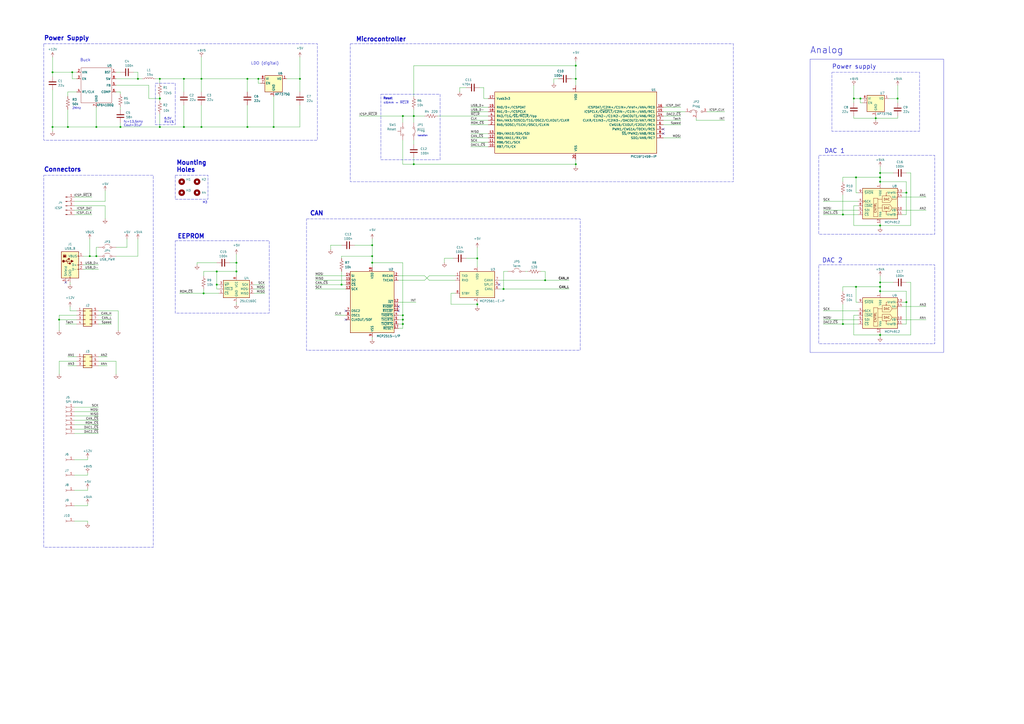
<source format=kicad_sch>
(kicad_sch (version 20250114) (generator "eeschema") (generator_version "9.0")
  (paper "A2")
  (rectangle (start 482.6 41.91) (end 533.4 76.2) (stroke (width 0) (type dash)))
  (rectangle (start 25.4 25.4) (end 184.15 81.28) (stroke (width 0) (type dash)))
  (rectangle (start 101.6 139.7) (end 156.21 181.61) (stroke (width 0) (type dash)))
  (rectangle (start 101.6 101.5999) (end 120.65 115.5699) (stroke (width 0) (type dash)))
  (rectangle (start 90.17 48.26) (end 101.6 72.39) (stroke (width 0) (type dash)))
  (rectangle (start 220.98 54.61) (end 255.27 92.71) (stroke (width 0) (type dash)))
  (rectangle (start 474.98 153.67) (end 542.29 199.39) (stroke (width 0) (type dash)))
  (rectangle (start 177.8 127) (end 336.55 203.2) (stroke (width 0) (type dash)))
  (rectangle (start 25.4 101.6) (end 88.9 317.5) (stroke (width 0) (type dash)))
  (rectangle (start 474.98 90.17) (end 542.29 135.89) (stroke (width 0) (type dash)))
  (rectangle (start 203.2 25.4) (end 425.45 105.41) (stroke (width 0) (type dash)))
  (rectangle (start 469.9 34.29) (end 547.37 204.47))
  (text "Connectors" (at 25.4 98.425 0) (effects (font (size 2.54 2.54) (thickness 0.508) (bold yes)) (justify left)))
  (text "Power Supply" (at 25.4 22.225 0) (effects (font (size 2.54 2.54) (thickness 0.508) (bold yes)) (justify left)))
  (text "LDO (digital)" (at 153.67 36.83 0) (effects (font (size 1.651 1.651))))
  (text "CAN" (at 179.705 123.825 0) (effects (font (size 2.54 2.54) (thickness 0.508) (bold yes)) (justify left)))
  (text "2MHz\n" (at 44.45 62.865 0) (effects (font (size 1.27 1.27))))
  (text "6.5V\nR±1%" (at 95.25 69.85 0) (effects (font (size 1.27 1.27)) (justify left)))
  (text "Reset" (at 222.25 57.15 0) (effects (font (size 1.27 1.27) (thickness 0.254) (bold yes)) (justify left)))
  (text "fc=13.5kHz\nCout=31uF" (at 71.755 71.755 0) (effects (font (size 1.27 1.27)) (justify left)))
  (text "Mounting\nHoles" (at 102.235 96.5199 0) (effects (font (size 2.54 2.54) (thickness 0.508) (bold yes)) (justify left)))
  (text "Power supply" (at 482.6 38.735 0) (effects (font (size 2.54 2.54) (thickness 0.254) (bold yes)) (justify left)))
  (text "M3\n" (at 117.475 117.4749 0) (effects (font (size 1.27 1.27)) (justify left)))
  (text "EEPROM" (at 102.87 137.16 0) (effects (font (size 2.54 2.54) (thickness 0.508) (bold yes)) (justify left)))
  (text "≤6mm ↔ ~{MCLR}" (at 222.25 59.69 0) (effects (font (size 1.27 1.27)) (justify left)))
  (text "DAC 1" (at 478.155 87.63 0) (effects (font (size 2.54 2.54) (thickness 0.254) (bold yes)) (justify left)))
  (text "Buck" (at 49.53 34.925 0) (effects (font (size 1.651 1.651))))
  (text "Microcontroller" (at 206.375 22.86 0) (effects (font (size 2.54 2.54) (thickness 0.508) (bold yes)) (justify left)))
  (text "Analog" (at 469.9 29.21 0) (effects (font (size 3.81 3.81) (thickness 0.254) (bold yes)) (justify left)))
  (text "Isolation" (at 245.11 78.74 0) (effects (font (size 0.889 0.889))))
  (text "DAC 2" (at 476.885 151.13 0) (effects (font (size 2.54 2.54) (thickness 0.254) (bold yes)) (justify left)))
  (junction (at 510.54 166.37))
  (junction (at 106.68 45.72))
  (junction (at 510.54 168.91))
  (junction (at 137.16 157.48))
  (junction (at 510.54 100.33))
  (junction (at 55.88 73.66))
  (junction (at 116.84 73.66))
  (junction (at 39.37 73.66))
  (junction (at 106.68 73.66))
  (junction (at 233.68 185.42))
  (junction (at 173.99 45.72))
  (junction (at 34.29 185.42))
  (junction (at 496.57 166.37))
  (junction (at 137.16 152.4))
  (junction (at 525.78 111.76))
  (junction (at 143.51 73.66))
  (junction (at 488.95 187.96))
  (junction (at 92.71 73.66))
  (junction (at 334.01 38.1))
  (junction (at 508 68.58))
  (junction (at 233.68 182.88))
  (junction (at 334.01 45.72))
  (junction (at 495.3 57.15))
  (junction (at 55.88 148.59))
  (junction (at 488.95 124.46))
  (junction (at 510.54 130.81))
  (junction (at 334.01 95.25))
  (junction (at 149.86 45.72))
  (junction (at 30.48 41.91))
  (junction (at 158.75 73.66))
  (junction (at 215.9 142.24))
  (junction (at 80.01 45.72))
  (junction (at 240.03 67.31))
  (junction (at 510.54 102.87))
  (junction (at 510.54 194.31))
  (junction (at 92.71 57.15))
  (junction (at 525.78 175.26))
  (junction (at 30.48 73.66))
  (junction (at 92.71 45.72))
  (junction (at 276.86 176.53))
  (junction (at 215.9 152.4))
  (junction (at 520.7 57.15))
  (junction (at 276.86 149.86))
  (junction (at 316.23 162.56))
  (junction (at 125.73 165.1))
  (junction (at 41.91 41.91))
  (junction (at 510.54 163.83))
  (junction (at 499.11 57.15))
  (junction (at 118.11 170.18))
  (junction (at 52.07 148.59))
  (junction (at 215.9 148.59))
  (junction (at 496.57 102.87))
  (junction (at 198.12 165.1))
  (junction (at 125.73 157.48))
  (junction (at 510.54 105.41))
  (junction (at 69.85 73.66))
  (junction (at 240.03 95.25))
  (junction (at 233.68 67.31))
  (junction (at 233.68 187.96))
  (junction (at 143.51 45.72))
  (junction (at 116.84 45.72))
  (junction (at 292.1 167.64))
  (no_connect (at 38.1 163.83))
  (no_connect (at 231.14 177.8))
  (no_connect (at 200.66 185.42))
  (no_connect (at 289.56 165.1))
  (no_connect (at 200.66 180.34))
  (no_connect (at 384.81 74.93))
  (no_connect (at 384.81 77.47))
  (no_connect (at 231.14 180.34))
  (wire (pts (xy 231.14 162.56) (xy 246.38 162.56)))
  (wire (pts (xy 240.03 95.25) (xy 240.03 91.44)))
  (wire (pts (xy 499.11 57.15) (xy 495.3 57.15)))
  (wire (pts (xy 116.84 33.02) (xy 116.84 45.72)))
  (wire (pts (xy 215.9 142.24) (xy 215.9 148.59)))
  (wire (pts (xy 50.8 302.26) (xy 50.8 303.53)))
  (wire (pts (xy 44.45 185.42) (xy 34.29 185.42)))
  (wire (pts (xy 57.15 182.88) (xy 64.77 182.88)))
  (wire (pts (xy 106.68 45.72) (xy 116.84 45.72)))
  (wire (pts (xy 495.3 182.88) (xy 497.84 182.88)))
  (wire (pts (xy 292.1 157.48) (xy 294.64 157.48)))
  (wire (pts (xy 44.45 209.55) (xy 34.29 209.55)))
  (wire (pts (xy 233.68 187.96) (xy 233.68 185.42)))
  (wire (pts (xy 495.3 119.38) (xy 497.84 119.38)))
  (wire (pts (xy 240.03 38.1) (xy 334.01 38.1)))
  (wire (pts (xy 231.14 187.96) (xy 233.68 187.96)))
  (wire (pts (xy 44.45 41.91) (xy 41.91 41.91)))
  (wire (pts (xy 384.81 80.01) (xy 394.97 80.01)))
  (wire (pts (xy 508 67.31) (xy 508 68.58)))
  (wire (pts (xy 289.56 167.64) (xy 292.1 167.64)))
  (wire (pts (xy 510.54 168.91) (xy 510.54 170.18)))
  (wire (pts (xy 215.9 195.58) (xy 215.9 196.85)))
  (wire (pts (xy 60.96 116.84) (xy 60.96 110.49)))
  (wire (pts (xy 67.31 53.34) (xy 69.85 53.34)))
  (wire (pts (xy 499.11 59.69) (xy 499.11 57.15)))
  (wire (pts (xy 80.01 45.72) (xy 82.55 45.72)))
  (wire (pts (xy 48.26 153.67) (xy 57.15 153.67)))
  (wire (pts (xy 127 165.1) (xy 125.73 165.1)))
  (wire (pts (xy 262.89 149.86) (xy 257.81 149.86)))
  (wire (pts (xy 496.57 175.26) (xy 496.57 166.37)))
  (wire (pts (xy 149.86 48.26) (xy 149.86 45.72)))
  (wire (pts (xy 488.95 187.96) (xy 497.84 187.96)))
  (wire (pts (xy 118.11 157.48) (xy 125.73 157.48)))
  (wire (pts (xy 92.71 73.66) (xy 106.68 73.66)))
  (wire (pts (xy 240.03 38.1) (xy 240.03 55.88)))
  (wire (pts (xy 403.86 69.85) (xy 420.37 69.85)))
  (wire (pts (xy 523.24 124.46) (xy 525.78 124.46)))
  (wire (pts (xy 44.45 53.34) (xy 39.37 53.34)))
  (wire (pts (xy 477.52 180.34) (xy 497.84 180.34)))
  (wire (pts (xy 510.54 193.04) (xy 510.54 194.31)))
  (wire (pts (xy 233.68 185.42) (xy 233.68 182.88)))
  (wire (pts (xy 510.54 194.31) (xy 510.54 195.58)))
  (wire (pts (xy 525.78 168.91) (xy 510.54 168.91)))
  (wire (pts (xy 69.85 53.34) (xy 69.85 54.61)))
  (wire (pts (xy 499.11 57.15) (xy 500.38 57.15)))
  (wire (pts (xy 149.86 45.72) (xy 151.13 45.72)))
  (wire (pts (xy 198.12 165.1) (xy 198.12 157.48)))
  (wire (pts (xy 57.15 209.55) (xy 67.31 209.55)))
  (wire (pts (xy 34.29 185.42) (xy 34.29 191.77)))
  (wire (pts (xy 44.45 182.88) (xy 34.29 182.88)))
  (wire (pts (xy 116.84 45.72) (xy 143.51 45.72)))
  (wire (pts (xy 43.18 243.84) (xy 57.15 243.84)))
  (wire (pts (xy 273.05 82.55) (xy 283.21 82.55)))
  (wire (pts (xy 495.3 130.81) (xy 510.54 130.81)))
  (wire (pts (xy 523.24 177.8) (xy 537.21 177.8)))
  (wire (pts (xy 151.13 48.26) (xy 149.86 48.26)))
  (wire (pts (xy 384.81 72.39) (xy 394.97 72.39)))
  (wire (pts (xy 528.32 130.81) (xy 510.54 130.81)))
  (wire (pts (xy 50.8 275.59) (xy 50.8 274.32)))
  (wire (pts (xy 182.88 165.1) (xy 198.12 165.1)))
  (wire (pts (xy 43.18 246.38) (xy 57.15 246.38)))
  (wire (pts (xy 497.84 111.76) (xy 496.57 111.76)))
  (wire (pts (xy 158.75 73.66) (xy 143.51 73.66)))
  (wire (pts (xy 523.24 114.3) (xy 537.21 114.3)))
  (wire (pts (xy 55.88 148.59) (xy 57.15 148.59)))
  (wire (pts (xy 30.48 41.91) (xy 30.48 44.45)))
  (wire (pts (xy 273.05 69.85) (xy 283.21 69.85)))
  (wire (pts (xy 182.88 160.02) (xy 200.66 160.02)))
  (wire (pts (xy 525.78 105.41) (xy 525.78 111.76)))
  (wire (pts (xy 496.57 102.87) (xy 510.54 102.87)))
  (wire (pts (xy 496.57 111.76) (xy 496.57 102.87)))
  (wire (pts (xy 525.78 168.91) (xy 525.78 175.26)))
  (wire (pts (xy 194.31 182.88) (xy 200.66 182.88)))
  (wire (pts (xy 477.52 185.42) (xy 497.84 185.42)))
  (wire (pts (xy 39.37 53.34) (xy 39.37 55.88)))
  (wire (pts (xy 92.71 66.04) (xy 92.71 73.66)))
  (wire (pts (xy 57.15 180.34) (xy 68.58 180.34)))
  (wire (pts (xy 118.11 160.02) (xy 118.11 157.48)))
  (wire (pts (xy 384.81 62.23) (xy 394.97 62.23)))
  (wire (pts (xy 334.01 45.72) (xy 331.47 45.72)))
  (wire (pts (xy 334.01 49.53) (xy 334.01 45.72)))
  (wire (pts (xy 215.9 148.59) (xy 215.9 152.4)))
  (wire (pts (xy 143.51 45.72) (xy 143.51 53.34)))
  (wire (pts (xy 384.81 67.31) (xy 394.97 67.31)))
  (wire (pts (xy 208.28 67.31) (xy 233.68 67.31)))
  (wire (pts (xy 510.54 163.83) (xy 510.54 166.37)))
  (wire (pts (xy 68.58 180.34) (xy 68.58 191.77)))
  (wire (pts (xy 495.3 130.81) (xy 495.3 119.38)))
  (wire (pts (xy 523.24 185.42) (xy 537.21 185.42)))
  (wire (pts (xy 39.37 63.5) (xy 39.37 73.66)))
  (wire (pts (xy 50.8 293.37) (xy 50.8 292.1)))
  (wire (pts (xy 43.18 114.3) (xy 53.34 114.3)))
  (wire (pts (xy 191.77 142.24) (xy 191.77 144.78)))
  (wire (pts (xy 92.71 45.72) (xy 92.71 48.26)))
  (wire (pts (xy 57.15 212.09) (xy 62.23 212.09)))
  (wire (pts (xy 510.54 160.02) (xy 510.54 163.83)))
  (wire (pts (xy 528.32 163.83) (xy 528.32 194.31)))
  (wire (pts (xy 60.96 119.38) (xy 60.96 127)))
  (wire (pts (xy 283.21 57.15) (xy 280.67 57.15)))
  (wire (pts (xy 528.32 100.33) (xy 528.32 130.81)))
  (wire (pts (xy 173.99 45.72) (xy 173.99 53.34)))
  (wire (pts (xy 125.73 167.64) (xy 125.73 165.1)))
  (wire (pts (xy 525.78 105.41) (xy 510.54 105.41)))
  (wire (pts (xy 495.3 67.31) (xy 495.3 68.58)))
  (wire (pts (xy 125.73 157.48) (xy 137.16 157.48)))
  (wire (pts (xy 55.88 143.51) (xy 57.15 143.51)))
  (wire (pts (xy 118.11 170.18) (xy 118.11 167.64)))
  (wire (pts (xy 67.31 209.55) (xy 67.31 217.17)))
  (wire (pts (xy 137.16 152.4) (xy 137.16 157.48)))
  (wire (pts (xy 147.32 170.18) (xy 153.67 170.18)))
  (wire (pts (xy 106.68 73.66) (xy 116.84 73.66)))
  (wire (pts (xy 280.67 50.8) (xy 278.13 50.8)))
  (wire (pts (xy 50.8 284.48) (xy 50.8 283.21)))
  (wire (pts (xy 520.7 68.58) (xy 520.7 67.31)))
  (wire (pts (xy 116.84 60.96) (xy 116.84 73.66)))
  (wire (pts (xy 55.88 62.23) (xy 55.88 73.66)))
  (wire (pts (xy 384.81 64.77) (xy 397.51 64.77)))
  (wire (pts (xy 270.51 149.86) (xy 276.86 149.86)))
  (wire (pts (xy 43.18 275.59) (xy 50.8 275.59)))
  (wire (pts (xy 273.05 80.01) (xy 283.21 80.01)))
  (wire (pts (xy 41.91 45.72) (xy 41.91 41.91)))
  (wire (pts (xy 198.12 149.86) (xy 198.12 148.59)))
  (wire (pts (xy 280.67 57.15) (xy 280.67 50.8)))
  (wire (pts (xy 266.7 50.8) (xy 266.7 53.34)))
  (wire (pts (xy 30.48 73.66) (xy 30.48 76.2)))
  (wire (pts (xy 488.95 102.87) (xy 496.57 102.87)))
  (wire (pts (xy 520.7 57.15) (xy 515.62 57.15)))
  (wire (pts (xy 44.45 180.34) (xy 40.64 180.34)))
  (wire (pts (xy 257.81 149.86) (xy 257.81 152.4)))
  (wire (pts (xy 316.23 157.48) (xy 316.23 162.56)))
  (wire (pts (xy 39.37 207.01) (xy 44.45 207.01)))
  (wire (pts (xy 495.3 57.15) (xy 495.3 49.53)))
  (wire (pts (xy 233.68 67.31) (xy 233.68 71.12)))
  (wire (pts (xy 92.71 57.15) (xy 86.36 57.15)))
  (wire (pts (xy 233.68 152.4) (xy 233.68 182.88)))
  (wire (pts (xy 38.1 187.96) (xy 44.45 187.96)))
  (wire (pts (xy 92.71 45.72) (xy 106.68 45.72)))
  (wire (pts (xy 43.18 251.46) (xy 57.15 251.46)))
  (wire (pts (xy 57.15 185.42) (xy 64.77 185.42)))
  (wire (pts (xy 240.03 81.28) (xy 240.03 83.82)))
  (wire (pts (xy 233.68 152.4) (xy 215.9 152.4)))
  (wire (pts (xy 86.36 49.53) (xy 67.31 49.53)))
  (wire (pts (xy 510.54 105.41) (xy 510.54 106.68)))
  (wire (pts (xy 57.15 187.96) (xy 64.77 187.96)))
  (wire (pts (xy 40.64 180.34) (xy 40.64 177.8)))
  (wire (pts (xy 273.05 77.47) (xy 283.21 77.47)))
  (wire (pts (xy 158.75 55.88) (xy 158.75 73.66)))
  (wire (pts (xy 200.66 165.1) (xy 198.12 165.1)))
  (wire (pts (xy 30.48 33.02) (xy 30.48 41.91)))
  (wire (pts (xy 316.23 162.56) (xy 330.2 162.56)))
  (wire (pts (xy 233.68 67.31) (xy 240.03 67.31)))
  (wire (pts (xy 528.32 194.31) (xy 510.54 194.31)))
  (wire (pts (xy 198.12 148.59) (xy 215.9 148.59)))
  (wire (pts (xy 92.71 57.15) (xy 92.71 58.42)))
  (wire (pts (xy 173.99 73.66) (xy 158.75 73.66)))
  (wire (pts (xy 525.78 175.26) (xy 525.78 187.96)))
  (wire (pts (xy 510.54 96.52) (xy 510.54 100.33)))
  (wire (pts (xy 231.14 190.5) (xy 233.68 190.5)))
  (wire (pts (xy 304.8 157.48) (xy 306.07 157.48)))
  (wire (pts (xy 104.14 170.18) (xy 118.11 170.18)))
  (wire (pts (xy 495.3 194.31) (xy 510.54 194.31)))
  (wire (pts (xy 270.51 50.8) (xy 266.7 50.8)))
  (wire (pts (xy 334.01 95.25) (xy 334.01 96.52)))
  (wire (pts (xy 410.21 64.77) (xy 420.37 64.77)))
  (wire (pts (xy 55.88 73.66) (xy 39.37 73.66)))
  (wire (pts (xy 510.54 100.33) (xy 518.16 100.33)))
  (wire (pts (xy 43.18 241.3) (xy 57.15 241.3)))
  (wire (pts (xy 43.18 238.76) (xy 57.15 238.76)))
  (wire (pts (xy 510.54 166.37) (xy 510.54 168.91)))
  (wire (pts (xy 488.95 168.91) (xy 488.95 166.37)))
  (wire (pts (xy 500.38 59.69) (xy 499.11 59.69)))
  (wire (pts (xy 55.88 148.59) (xy 55.88 143.51)))
  (wire (pts (xy 67.31 148.59) (xy 80.01 148.59)))
  (wire (pts (xy 254 67.31) (xy 283.21 67.31)))
  (wire (pts (xy 106.68 45.72) (xy 106.68 53.34)))
  (wire (pts (xy 523.24 175.26) (xy 525.78 175.26)))
  (wire (pts (xy 48.26 148.59) (xy 52.07 148.59)))
  (wire (pts (xy 233.68 81.28) (xy 233.68 95.25)))
  (wire (pts (xy 92.71 73.66) (xy 69.85 73.66)))
  (wire (pts (xy 52.07 148.59) (xy 55.88 148.59)))
  (wire (pts (xy 43.18 284.48) (xy 50.8 284.48)))
  (wire (pts (xy 488.95 166.37) (xy 496.57 166.37)))
  (wire (pts (xy 273.05 64.77) (xy 283.21 64.77)))
  (wire (pts (xy 488.95 124.46) (xy 497.84 124.46)))
  (wire (pts (xy 520.7 49.53) (xy 520.7 57.15)))
  (wire (pts (xy 69.85 62.23) (xy 69.85 63.5)))
  (wire (pts (xy 147.32 167.64) (xy 153.67 167.64)))
  (wire (pts (xy 510.54 102.87) (xy 510.54 105.41)))
  (wire (pts (xy 57.15 207.01) (xy 62.23 207.01)))
  (wire (pts (xy 173.99 33.02) (xy 173.99 45.72)))
  (wire (pts (xy 44.45 45.72) (xy 41.91 45.72)))
  (wire (pts (xy 496.57 166.37) (xy 510.54 166.37)))
  (wire (pts (xy 276.86 176.53) (xy 276.86 177.8)))
  (wire (pts (xy 77.47 41.91) (xy 80.01 41.91)))
  (wire (pts (xy 248.92 160.02) (xy 246.38 162.56)))
  (wire (pts (xy 39.37 212.09) (xy 44.45 212.09)))
  (wire (pts (xy 90.17 45.72) (xy 92.71 45.72)))
  (wire (pts (xy 495.3 68.58) (xy 508 68.58)))
  (wire (pts (xy 488.95 113.03) (xy 488.95 124.46)))
  (wire (pts (xy 321.31 45.72) (xy 323.85 45.72)))
  (wire (pts (xy 137.16 175.26) (xy 137.16 176.53)))
  (wire (pts (xy 34.29 209.55) (xy 34.29 217.17)))
  (wire (pts (xy 231.14 182.88) (xy 233.68 182.88)))
  (wire (pts (xy 495.3 57.15) (xy 495.3 59.69)))
  (wire (pts (xy 137.16 157.48) (xy 137.16 160.02)))
  (wire (pts (xy 125.73 157.48) (xy 125.73 165.1)))
  (wire (pts (xy 510.54 130.81) (xy 510.54 132.08)))
  (wire (pts (xy 313.69 157.48) (xy 316.23 157.48)))
  (wire (pts (xy 92.71 55.88) (xy 92.71 57.15)))
  (wire (pts (xy 334.01 92.71) (xy 334.01 95.25)))
  (wire (pts (xy 116.84 45.72) (xy 116.84 53.34)))
  (wire (pts (xy 477.52 187.96) (xy 488.95 187.96)))
  (wire (pts (xy 276.86 175.26) (xy 276.86 176.53)))
  (wire (pts (xy 67.31 45.72) (xy 80.01 45.72)))
  (wire (pts (xy 43.18 248.92) (xy 57.15 248.92)))
  (wire (pts (xy 173.99 60.96) (xy 173.99 73.66)))
  (wire (pts (xy 495.3 194.31) (xy 495.3 182.88)))
  (wire (pts (xy 34.29 182.88) (xy 34.29 185.42)))
  (wire (pts (xy 292.1 167.64) (xy 292.1 157.48)))
  (wire (pts (xy 80.01 41.91) (xy 80.01 45.72)))
  (wire (pts (xy 182.88 167.64) (xy 200.66 167.64)))
  (wire (pts (xy 50.8 266.7) (xy 50.8 265.43)))
  (wire (pts (xy 43.18 293.37) (xy 50.8 293.37)))
  (wire (pts (xy 143.51 73.66) (xy 116.84 73.66)))
  (wire (pts (xy 69.85 73.66) (xy 55.88 73.66)))
  (wire (pts (xy 133.35 152.4) (xy 137.16 152.4)))
  (wire (pts (xy 273.05 72.39) (xy 283.21 72.39)))
  (wire (pts (xy 67.31 41.91) (xy 69.85 41.91)))
  (wire (pts (xy 137.16 147.32) (xy 137.16 152.4)))
  (wire (pts (xy 240.03 95.25) (xy 334.01 95.25)))
  (wire (pts (xy 69.85 71.12) (xy 69.85 73.66)))
  (wire (pts (xy 525.78 100.33) (xy 528.32 100.33)))
  (wire (pts (xy 198.12 142.24) (xy 191.77 142.24)))
  (wire (pts (xy 261.62 170.18) (xy 264.16 170.18)))
  (wire (pts (xy 215.9 138.43) (xy 215.9 142.24)))
  (wire (pts (xy 510.54 100.33) (xy 510.54 102.87)))
  (wire (pts (xy 43.18 116.84) (xy 60.96 116.84)))
  (wire (pts (xy 240.03 67.31) (xy 246.38 67.31)))
  (wire (pts (xy 523.24 111.76) (xy 525.78 111.76)))
  (wire (pts (xy 289.56 162.56) (xy 316.23 162.56)))
  (wire (pts (xy 48.26 156.21) (xy 57.15 156.21)))
  (wire (pts (xy 30.48 52.07) (xy 30.48 73.66)))
  (wire (pts (xy 73.66 143.51) (xy 73.66 138.43)))
  (wire (pts (xy 43.18 119.38) (xy 60.96 119.38)))
  (wire (pts (xy 52.07 138.43) (xy 52.07 148.59)))
  (wire (pts (xy 520.7 59.69) (xy 520.7 57.15)))
  (wire (pts (xy 240.03 67.31) (xy 240.03 71.12)))
  (wire (pts (xy 215.9 152.4) (xy 215.9 154.94)))
  (wire (pts (xy 233.68 95.25) (xy 240.03 95.25)))
  (wire (pts (xy 147.32 165.1) (xy 153.67 165.1)))
  (wire (pts (xy 106.68 60.96) (xy 106.68 73.66)))
  (wire (pts (xy 261.62 176.53) (xy 261.62 170.18)))
  (wire (pts (xy 41.91 41.91) (xy 30.48 41.91)))
  (wire (pts (xy 43.18 124.46) (xy 53.34 124.46)))
  (wire (pts (xy 40.64 163.83) (xy 40.64 165.1)))
  (wire (pts (xy 127 167.64) (xy 125.73 167.64)))
  (wire (pts (xy 43.18 302.26) (xy 50.8 302.26)))
  (wire (pts (xy 523.24 121.92) (xy 537.21 121.92)))
  (wire (pts (xy 384.81 69.85) (xy 394.97 69.85)))
  (wire (pts (xy 205.74 142.24) (xy 215.9 142.24)))
  (wire (pts (xy 508 68.58) (xy 520.7 68.58)))
  (wire (pts (xy 231.14 160.02) (xy 246.38 160.02)))
  (wire (pts (xy 488.95 105.41) (xy 488.95 102.87)))
  (wire (pts (xy 488.95 176.53) (xy 488.95 187.96)))
  (wire (pts (xy 143.51 60.96) (xy 143.51 73.66)))
  (wire (pts (xy 276.86 176.53) (xy 261.62 176.53)))
  (wire (pts (xy 321.31 48.26) (xy 321.31 45.72)))
  (wire (pts (xy 523.24 187.96) (xy 525.78 187.96)))
  (wire (pts (xy 67.31 143.51) (xy 73.66 143.51)))
  (wire (pts (xy 43.18 236.22) (xy 57.15 236.22)))
  (wire (pts (xy 477.52 124.46) (xy 488.95 124.46)))
  (wire (pts (xy 149.86 45.72) (xy 143.51 45.72)))
  (wire (pts (xy 114.3 152.4) (xy 114.3 153.67)))
  (wire (pts (xy 86.36 57.15) (xy 86.36 49.53)))
  (wire (pts (xy 114.3 152.4) (xy 125.73 152.4)))
  (wire (pts (xy 497.84 175.26) (xy 496.57 175.26)))
  (wire (pts (xy 403.86 68.58) (xy 403.86 69.85)))
  (wire (pts (xy 508 68.58) (xy 508 69.85)))
  (wire (pts (xy 334.01 38.1) (xy 334.01 45.72)))
  (wire (pts (xy 276.86 143.51) (xy 276.86 149.86)))
  (wire (pts (xy 127 170.18) (xy 118.11 170.18)))
  (wire (pts (xy 233.68 190.5) (xy 233.68 187.96)))
  (wire (pts (xy 39.37 73.66) (xy 30.48 73.66)))
  (wire (pts (xy 525.78 163.83) (xy 528.32 163.83)))
  (wire (pts (xy 510.54 163.83) (xy 518.16 163.83)))
  (wire (pts (xy 477.52 121.92) (xy 497.84 121.92)))
  (wire (pts (xy 334.01 35.56) (xy 334.01 38.1)))
  (wire (pts (xy 292.1 167.64) (xy 330.2 167.64)))
  (wire (pts (xy 231.14 175.26) (xy 241.3 175.26)))
  (wire (pts (xy 166.37 45.72) (xy 173.99 45.72)))
  (wire (pts (xy 231.14 185.42) (xy 233.68 185.42)))
  (wire (pts (xy 510.54 129.54) (xy 510.54 130.81)))
  (wire (pts (xy 43.18 266.7) (xy 50.8 266.7)))
  (wire (pts (xy 273.05 62.23) (xy 283.21 62.23)))
  (wire (pts (xy 248.92 162.56) (xy 264.16 162.56)))
  (wire (pts (xy 477.52 116.84) (xy 497.84 116.84)))
  (wire (pts (xy 273.05 85.09) (xy 283.21 85.09)))
  (wire (pts (xy 182.88 162.56) (xy 200.66 162.56)))
  (wire (pts (xy 248.92 160.02) (xy 264.16 160.02)))
  (wire (pts (xy 246.38 160.02) (xy 248.92 162.56)))
  (wire (pts (xy 525.78 111.76) (xy 525.78 124.46)))
  (wire (pts (xy 240.03 63.5) (xy 240.03 67.31)))
  (wire (pts (xy 43.18 121.92) (xy 53.34 121.92)))
  (wire (pts (xy 80.01 148.59) (xy 80.01 138.43)))
  (wire (pts (xy 276.86 149.86) (xy 276.86 154.94)))
  (label "DAC1_~{CS}" (at 477.52 124.46 0))
  (label "MISO" (at 57.15 241.3 180))
  (label "CAN_H" (at 330.2 162.56 180) (effects (font (thickness 0.254) (bold yes))))
  (label "SCK" (at 153.67 165.1 180) (effects (font (thickness 0.1588))))
  (label "Speed" (at 64.77 187.96 180) (effects (font (thickness 0.1588))))
  (label "CLK" (at 273.05 69.85 0))
  (label "MOSI" (at 394.97 80.01 180) (effects (font (thickness 0.1588))))
  (label "ICSP_DAT" (at 394.97 62.23 180))
  (label "CAN_L" (at 64.77 185.42 180))
  (label "ROM_~{CS}" (at 104.14 170.18 0) (effects (font (thickness 0.1588))))
  (label "MOSI" (at 182.88 160.02 0) (effects (font (thickness 0.1588))))
  (label "DAC1_~{CS}" (at 273.05 85.09 0))
  (label "AN3" (at 39.37 212.09 0) (effects (font (thickness 0.1588))))
  (label "Speed" (at 394.97 72.39 180))
  (label "AN1" (at 537.21 114.3 180))
  (label "CAN_~{CS}" (at 273.05 80.01 0))
  (label "CAN_~{CS}" (at 57.15 243.84 180))
  (label "INT" (at 420.37 69.85 180))
  (label "CLK" (at 194.31 182.88 0))
  (label "MISO" (at 153.67 170.18 180) (effects (font (thickness 0.1588))))
  (label "INT" (at 241.3 175.26 180) (effects (font (thickness 0.1588))))
  (label "MOSI" (at 153.67 167.64 180) (effects (font (thickness 0.1588))))
  (label "ICSP_CLK" (at 53.34 124.46 180))
  (label "AN2" (at 62.23 207.01 180) (effects (font (thickness 0.1588))))
  (label "SCK" (at 273.05 82.55 0) (effects (font (thickness 0.1588))))
  (label "Tach" (at 38.1 187.96 0) (effects (font (thickness 0.1588))))
  (label "CAN_~{CS}" (at 182.88 165.1 0) (effects (font (thickness 0.1588))))
  (label "ICSP_CLK" (at 420.37 64.77 180))
  (label "USB_D+" (at 273.05 62.23 0))
  (label "SCK" (at 477.52 180.34 0) (effects (font (thickness 0.1588))))
  (label "ROM_~{CS}" (at 57.15 246.38 180))
  (label "AN1" (at 39.37 207.01 0) (effects (font (thickness 0.1588))))
  (label "DAC2_~{CS}" (at 394.97 67.31 180))
  (label "USB_D-" (at 273.05 64.77 0))
  (label "SCK" (at 57.15 236.22 180))
  (label "AN4" (at 62.23 212.09 180) (effects (font (thickness 0.1588))))
  (label "MOSI" (at 477.52 121.92 0))
  (label "AN4" (at 537.21 185.42 180))
  (label "MISO" (at 182.88 162.56 0) (effects (font (thickness 0.1588))))
  (label "DAC1_~{CS}" (at 57.15 248.92 180))
  (label "MOSI" (at 57.15 238.76 180))
  (label "~{MCLR}" (at 273.05 67.31 0))
  (label "AN3" (at 537.21 177.8 180))
  (label "DAC2_~{CS}" (at 57.15 251.46 180))
  (label "USB_D-" (at 57.15 156.21 180))
  (label "AN2" (at 537.21 121.92 180))
  (label "USB_D+" (at 57.15 153.67 180))
  (label "SCK" (at 182.88 167.64 0) (effects (font (thickness 0.1588))))
  (label "Tach" (at 394.97 69.85 180))
  (label "ROM_~{CS}" (at 273.05 72.39 0))
  (label "ICSP_DAT" (at 53.34 121.92 180))
  (label "ICSP_~{MCLR}" (at 53.34 114.3 180))
  (label "MISO" (at 273.05 77.47 0) (effects (font (thickness 0.1588))))
  (label "ICSP_~{MCLR}" (at 208.28 67.31 0))
  (label "MOSI" (at 477.52 185.42 0))
  (label "CAN_L" (at 330.2 167.64 180) (effects (font (thickness 0.254) (bold yes))))
  (label "SCK" (at 477.52 116.84 0) (effects (font (thickness 0.1588))))
  (label "DAC2_~{CS}" (at 477.52 187.96 0))
  (label "CAN_H" (at 64.77 182.88 180) (effects (font (thickness 0.1588))))
  (symbol (lib_id "power:GND") (at 215.9 196.85 0) (unit 1)
    (property "Reference" "#PWR028" (effects (hide yes)))
    (property "Value" "GND" (effects (hide yes)))
    (property "Description" "Power symbol creates a global label with name \"GND\" , ground" (effects (hide yes)))
  )
  (symbol (lib_id "Connector:USB_B") (at 40.64 153.67 0) (unit 1)
    (property "Reference" "J1" (at 40.64 141.605 0))
    (property "Value" "USB_B" (at 40.64 144.145 0))
    (property "Description" "USB Type B connector" (effects (hide yes)))
  )
  (symbol (lib_id "power:GND") (at 50.8 303.53 0) (unit 1)
    (property "Reference" "#PWR039" (effects (hide yes)))
    (property "Value" "GND" (effects (hide yes)))
    (property "Description" "Power symbol creates a global label with name \"GND\" , ground" (effects (hide yes)))
  )
  (symbol (lib_id "Device:C") (at 173.99 57.15 0) (unit 1)
    (property "Reference" "C7" (at 177.8 55.8799 0) (effects (justify left)))
    (property "Value" "22u" (at 177.8 58.4199 0) (effects (justify left)))
    (property "Description" "Unpolarized capacitor" (effects (hide yes)))
  )
  (symbol (lib_id "power:+12V") (at 40.64 177.8 0) (unit 1)
    (property "Reference" "#PWR029" (effects (hide yes)))
    (property "Value" "+12V" (at 40.64 172.72 0))
    (property "Description" "Power symbol creates a global label with name \"+12V\"" (effects (hide yes)))
  )
  (symbol (lib_id "power:GND") (at 68.58 191.77 0) (unit 1)
    (property "Reference" "#PWR033" (effects (hide yes)))
    (property "Value" "GND" (effects (hide yes)))
    (property "Description" "Power symbol creates a global label with name \"GND\" , ground" (effects (hide yes)))
  )
  (symbol (lib_id "Device:C") (at 129.54 152.4 90) (unit 1)
    (property "Reference" "C15" (at 129.54 146.05 90))
    (property "Value" "100n" (at 129.54 148.59 90))
    (property "Description" "Unpolarized capacitor" (effects (hide yes)))
  )
  (symbol (lib_id "Jumper:Jumper_2_Bridged") (at 240.03 76.2 270) (mirror x) (unit 1)
    (property "Reference" "JP1" (at 241.935 72.39 90) (effects (justify left)))
    (property "Value" "~{Prog}" (at 241.935 75.565 90) (effects (justify left)))
    (property "Description" "Jumper, 2-pole, closed/bridged" (effects (hide yes)))
  )
  (symbol (lib_id "Device:C") (at 266.7 149.86 90) (unit 1)
    (property "Reference" "C14" (at 266.7 143.51 90))
    (property "Value" "100n" (at 266.7 146.05 90))
    (property "Description" "Unpolarized capacitor" (effects (hide yes)))
  )
  (symbol (lib_id "power:+5V") (at 173.99 33.02 0) (unit 1)
    (property "Reference" "#PWR06" (effects (hide yes)))
    (property "Value" "+5V" (at 173.99 27.94 0))
    (property "Description" "Power symbol creates a global label with name \"+5V\"" (effects (hide yes)))
  )
  (symbol (lib_id "Device:C") (at 106.68 57.15 180) (unit 1)
    (property "Reference" "C2" (at 111.125 55.245 0))
    (property "Value" "22u" (at 111.76 57.785 0))
    (property "Description" "Unpolarized capacitor" (effects (hide yes)))
  )
  (symbol (lib_id "Device:C") (at 30.48 48.26 0) (unit 1)
    (property "Reference" "C1" (at 34.925 46.99 0))
    (property "Value" "22u" (at 35.56 49.53 0))
    (property "Description" "Unpolarized capacitor" (effects (hide yes)))
  )
  (symbol (lib_id "Device:C") (at 495.3 63.5 0) (unit 1)
    (property "Reference" "C8" (at 492.125 62.23 0) (effects (justify right)))
    (property "Value" "22u" (at 492.125 64.77 0) (effects (justify right)))
    (property "Description" "Unpolarized capacitor" (effects (hide yes)))
  )
  (symbol (lib_id "Memory_EEPROM:25LCxxx") (at 137.16 167.64 0) (unit 1)
    (property "Reference" "U4" (at 141.605 161.29 0) (effects (justify left)))
    (property "Value" "25LC160C" (at 139.065 174.625 0) (effects (justify left)))
    (property "Datasheet" "http://ww1.microchip.com/downloads/en/DeviceDoc/21832H.pdf" (effects (hide yes)))
    (property "Description" "SPI Serial EEPROM, DIP-8/SOIC-8/TSSOP-8" (effects (hide yes)))
  )
  (symbol (lib_id "Jumper:Jumper_3_Bridged12") (at 403.86 64.77 0) (unit 1) (in_bom no)
    (property "Reference" "JP2" (at 403.86 59.055 0))
    (property "Value" "Prog" (at 403.86 61.595 0))
    (property "Description" "Jumper, 3-pole, pins 1+2 closed/bridged" (effects (hide yes)))
  )
  (symbol (lib_id "power:GND") (at 510.54 132.08 0) (unit 1)
    (property "Reference" "#PWR017" (effects (hide yes)))
    (property "Value" "GND" (effects (hide yes)))
    (property "Description" "Power symbol creates a global label with name \"GND\" , ground" (effects (hide yes)))
  )
  (symbol (lib_id "power:GND") (at 510.54 195.58 0) (unit 1)
    (property "Reference" "#PWR019" (effects (hide yes)))
    (property "Value" "GND" (effects (hide yes)))
    (property "Description" "Power symbol creates a global label with name \"GND\" , ground" (effects (hide yes)))
  )
  (symbol (lib_id "power:GND") (at 334.01 96.52 0) (unit 1)
    (property "Reference" "#PWR01" (effects (hide yes)))
    (property "Value" "GND" (effects (hide yes)))
    (property "Description" "Power symbol creates a global label with name \"GND\" , ground" (effects (hide yes)))
  )
  (symbol (lib_id "Device:R_US") (at 198.12 153.67 0) (unit 1)
    (property "Reference" "R7" (at 200.025 152.4 0) (effects (justify left)))
    (property "Value" "10k" (at 200.025 154.94 0) (effects (justify left)))
    (property "Description" "Resistor, US symbol" (effects (hide yes)))
  )
  (symbol (lib_id "Device:R_US") (at 118.11 163.83 0) (unit 1)
    (property "Reference" "R9" (at 120.015 162.56 0) (effects (justify left)))
    (property "Value" "10k" (at 120.015 165.1 0) (effects (justify left)))
    (property "Description" "Resistor, US symbol" (effects (hide yes)))
  )
  (symbol (lib_id "Mechanical:MountingHole") (at 105.41 105.4099 0) (unit 1) (exclude_from_sim yes) (in_bom no)
    (property "Reference" "H1" (at 107.95 104.1398 0) (effects (justify left)))
    (property "Value" "MountingHole" (effects (hide yes)))
    (property "Footprint" "MountingHole:MountingHole_3.2mm_M3_DIN965" (effects (hide yes)))
    (property "Description" "Mounting Hole without connection" (effects (hide yes)))
  )
  (symbol (lib_id "power:GND") (at 67.31 217.17 0) (unit 1)
    (property "Reference" "#PWR035" (effects (hide yes)))
    (property "Value" "GND" (effects (hide yes)))
    (property "Description" "Power symbol creates a global label with name \"GND\" , ground" (effects (hide yes)))
  )
  (symbol (lib_id "Connector:Conn_01x07_Socket") (at 38.1 243.84 0) (mirror y) (unit 1)
    (property "Reference" "J5" (at 38.1 230.505 0) (effects (justify right)))
    (property "Value" "SPI debug" (at 38.1 233.045 0) (effects (justify right)))
    (property "Description" "Generic connector, single row, 01x07, script generated" (effects (hide yes)))
  )
  (symbol (lib_id "Jumper:Jumper_2_Open") (at 62.23 143.51 0) (unit 1)
    (property "Reference" "JP3" (at 62.23 140.335 0))
    (property "Value" "USB_PWR" (effects (hide yes)))
    (property "Description" "Jumper, 2-pole, open" (effects (hide yes)))
  )
  (symbol (lib_id "symbols:AP64100") (at 55.88 49.53 0) (unit 1)
    (property "Reference" "U5" (at 63.5 38.1 0))
    (property "Value" "AP64100Q" (at 60.96 60.96 0))
    (property "Footprint" "Package_SO:Diodes_SO-8EP" (effects (hide yes)))
    (property "Datasheet" "https://www.diodes.com/assets/Datasheets/AP64100.pdf" (effects (hide yes)))
    (property "Description" "3.8V to40V input, 1A low IQ synchronous buck with adjustable frequency" (effects (hide yes)))
  )
  (symbol (lib_id "Device:C") (at 143.51 57.15 0) (unit 1)
    (property "Reference" "C6" (at 147.32 55.8799 0) (effects (justify left)))
    (property "Value" "22u" (at 147.32 58.4199 0) (effects (justify left)))
    (property "Description" "Unpolarized capacitor" (effects (hide yes)))
  )
  (symbol (lib_id "Jumper:Jumper_2_Open") (at 62.23 148.59 0) (unit 1)
    (property "Reference" "JP4" (at 62.23 145.415 0))
    (property "Value" "USB_PWR" (at 62.23 150.495 0))
    (property "Description" "Jumper, 2-pole, open" (effects (hide yes)))
  )
  (symbol (lib_id "Device:C") (at 201.93 142.24 90) (unit 1)
    (property "Reference" "C13" (at 201.93 135.89 90))
    (property "Value" "100n" (at 201.93 138.43 90))
    (property "Description" "Unpolarized capacitor" (effects (hide yes)))
  )
  (symbol (lib_id "Connector_Generic:Conn_02x04_Top_Bottom") (at 49.53 182.88 0) (unit 1)
    (property "Reference" "J2" (at 50.8 177.165 0))
    (property "Value" "Conn_02x04_Top_Bottom" (effects (hide yes)))
    (property "Footprint" "Connector_Molex:Molex_Mini-Fit_Jr_5569-08A2_2x04_P4.20mm_Horizontal" (effects (hide yes)))
    (property "Datasheet" "https://www.molex.com/en-us/products/part-detail/39300080?display=pdf" (effects (hide yes)))
    (property "Description" "Generic connector, double row, 02x04, top/bottom pin numbering scheme (row 1: 1...pins_per_row, row2: pins_per_row+1 ... num_pins), script generated (kicad-library-utils/schlib/autogen/connector/)" (effects (hide yes)))
  )
  (symbol (lib_id "Device:R_US") (at 69.85 58.42 180) (unit 1)
    (property "Reference" "R5" (at 73.025 57.15 0))
    (property "Value" "10k" (at 73.66 59.69 0))
    (property "Description" "Resistor, US symbol" (effects (hide yes)))
  )
  (symbol (lib_id "Device:C") (at 520.7 63.5 0) (unit 1)
    (property "Reference" "C9" (at 523.875 62.23 0) (effects (justify left)))
    (property "Value" "22u" (at 523.875 64.77 0) (effects (justify left)))
    (property "Description" "Unpolarized capacitor" (effects (hide yes)))
  )
  (symbol (lib_id "Device:R_US") (at 39.37 59.69 0) (unit 1)
    (property "Reference" "R3" (at 41.91 57.7849 0) (effects (justify left)))
    (property "Value" "50k" (at 41.91 60.3249 0) (effects (justify left)))
    (property "Description" "Resistor, US symbol" (effects (hide yes)))
  )
  (symbol (lib_id "Device:C") (at 240.03 87.63 0) (unit 1)
    (property "Reference" "C12" (at 243.84 86.3599 0) (effects (justify left)))
    (property "Value" "100n" (at 243.84 88.8999 0) (effects (justify left)))
    (property "Description" "Unpolarized capacitor" (effects (hide yes)))
  )
  (symbol (lib_id "Device:R_US") (at 92.71 62.23 180) (unit 1)
    (property "Reference" "R2" (at 95.885 60.96 0))
    (property "Value" "10k" (at 96.52 64.135 0))
    (property "Description" "Resistor, US symbol" (effects (hide yes)))
  )
  (symbol (lib_id "Interface_CAN_LIN:MCP2515-xSO") (at 215.9 175.26 0) (unit 1)
    (property "Reference" "U2" (at 225.425 156.21 0) (effects (justify left)))
    (property "Value" "MCP2515-I/P" (at 218.44 194.945 0) (effects (justify left)))
    (property "Footprint" "Package_SO:SOIC-18W_7.5x11.6mm_P1.27mm" (effects (hide yes)))
    (property "Datasheet" "http://ww1.microchip.com/downloads/en/DeviceDoc/21801e.pdf" (effects (hide yes)))
    (property "Description" "Stand-Alone CAN Controller with SPI Interface, SOIC-18" (effects (hide yes)))
  )
  (symbol (lib_id "power:GND") (at 508 69.85 0) (unit 1)
    (property "Reference" "#PWR022" (effects (hide yes)))
    (property "Value" "GND" (effects (hide yes)))
    (property "Description" "Power symbol creates a global label with name \"GND\" , ground" (effects (hide yes)))
  )
  (symbol (lib_id "power:+5V") (at 73.66 138.43 0) (unit 1)
    (property "Reference" "#PWR032" (effects (hide yes)))
    (property "Value" "+5V" (at 73.66 134.62 0))
    (property "Description" "Power symbol creates a global label with name \"+5V\"" (effects (hide yes)))
  )
  (symbol (lib_id "Device:C") (at 521.97 163.83 90) (unit 1)
    (property "Reference" "C17" (at 521.97 157.48 90))
    (property "Value" "100n" (at 521.97 160.02 90))
    (property "Description" "Unpolarized capacitor" (effects (hide yes)))
  )
  (symbol (lib_id "Analog_DAC:MCP4912") (at 510.54 116.84 0) (unit 1)
    (property "Reference" "U8" (at 517.525 107.95 0) (effects (justify left)))
    (property "Value" "MCP4912" (at 513.08 128.905 0) (effects (justify left)))
    (property "Datasheet" "http://ww1.microchip.com/downloads/en/DeviceDoc/22250A.pdf" (effects (hide yes)))
    (property "Description" "2-Channel 10-Bit D/A Converters with SPI Interface" (effects (hide yes)))
  )
  (symbol (lib_id "Device:R_US") (at 250.19 67.31 90) (unit 1)
    (property "Reference" "R4" (at 247.65 64.77 90))
    (property "Value" "220" (at 252.095 64.77 90))
    (property "Description" "Resistor, US symbol" (effects (hide yes)))
  )
  (symbol (lib_id "Connector:Conn_01x01_Socket") (at 38.1 266.7 0) (mirror y) (unit 1)
    (property "Reference" "J6" (at 38.735 263.525 0))
    (property "Value" "Conn_01x01_Socket" (effects (hide yes)))
    (property "Description" "Generic connector, single row, 01x01, script generated" (effects (hide yes)))
  )
  (symbol (lib_id "power:GND") (at 34.29 191.77 0) (unit 1)
    (property "Reference" "#PWR030" (effects (hide yes)))
    (property "Value" "GND" (effects (hide yes)))
    (property "Description" "Power symbol creates a global label with name \"GND\" , ground" (effects (hide yes)))
  )
  (symbol (lib_id "Connector:Conn_01x01_Socket") (at 38.1 293.37 0) (mirror y) (unit 1)
    (property "Reference" "J9" (at 38.735 290.195 0))
    (property "Value" "Conn_01x01_Socket" (effects (hide yes)))
    (property "Description" "Generic connector, single row, 01x01, script generated" (effects (hide yes)))
  )
  (symbol (lib_id "power:GND") (at 40.64 165.1 0) (unit 1)
    (property "Reference" "#PWR08" (effects (hide yes)))
    (property "Value" "GND" (effects (hide yes)))
    (property "Description" "Power symbol creates a global label with name \"GND\" , ground" (effects (hide yes)))
  )
  (symbol (lib_id "Device:C") (at 73.66 41.91 270) (unit 1)
    (property "Reference" "C4" (at 73.66 35.56 90))
    (property "Value" "100n" (at 74.93 38.1 90))
    (property "Description" "Unpolarized capacitor" (effects (hide yes)))
  )
  (symbol (lib_id "power:+12V") (at 30.48 33.02 0) (unit 1)
    (property "Reference" "#PWR04" (effects (hide yes)))
    (property "Value" "+12V" (at 30.48 28.575 0))
    (property "Description" "Power symbol creates a global label with name \"+12V\"" (effects (hide yes)))
  )
  (symbol (lib_id "Connector_Generic:Conn_02x03_Top_Bottom") (at 49.53 209.55 0) (unit 1)
    (property "Reference" "J3" (at 50.8 203.835 0))
    (property "Value" "Analog" (effects (hide yes)))
    (property "Description" "Generic connector, double row, 02x03, top/bottom pin numbering scheme (row 1: 1...pins_per_row, row2: pins_per_row+1 ... num_pins), script generated (kicad-library-utils/schlib/autogen/connector/)" (effects (hide yes)))
  )
  (symbol (lib_id "Connector:Conn_01x01_Socket") (at 38.1 275.59 0) (mirror y) (unit 1)
    (property "Reference" "J7" (at 38.735 273.05 0))
    (property "Value" "Conn_01x01_Socket" (effects (hide yes)))
    (property "Description" "Generic connector, single row, 01x01, script generated" (effects (hide yes)))
  )
  (symbol (lib_id "Interface_CAN_LIN:MCP2561-E-P") (at 276.86 165.1 0) (unit 1)
    (property "Reference" "U3" (at 284.48 156.21 0) (effects (justify left)))
    (property "Value" "MCP2561-E-P" (at 278.13 174.625 0) (effects (justify left)))
    (property "Footprint" "Package_DIP:DIP-8_W7.62mm" (effects (hide yes)))
    (property "Datasheet" "http://ww1.microchip.com/downloads/en/DeviceDoc/25167A.pdf" (effects (hide yes)))
    (property "Description" "High-Speed CAN Transceiver, 1Mbps, 5V supply, SPLIT pin, -40C to +125C, DIP-8" (effects (hide yes)))
  )
  (symbol (lib_id "symbols:AP7375Q") (at 508 57.15 0) (unit 1)
    (property "Reference" "U7" (at 511.81 53.975 0))
    (property "Value" "AP7375Q" (at 513.08 66.04 0))
    (property "Footprint" "Package_SO:Diodes_SO-8EP" (effects (hide yes)))
    (property "Datasheet" "https://www.diodes.com/assets/Datasheets/AP7375Q.pdf" (effects (hide yes)))
    (property "Description" "300mA LDO, automotive compliant, SO-8EP" (effects (hide yes)))
  )
  (symbol (lib_id "Connector:Conn_01x01_Socket") (at 38.1 302.26 0) (mirror y) (unit 1)
    (property "Reference" "J10" (at 38.735 299.085 0))
    (property "Value" "Conn_01x01_Socket" (effects (hide yes)))
    (property "Description" "Generic connector, single row, 01x01, script generated" (effects (hide yes)))
  )
  (symbol (lib_id "Mechanical:MountingHole") (at 114.3 111.7599 0) (unit 1) (exclude_from_sim yes) (in_bom no)
    (property "Reference" "H4" (at 116.84 111.7598 0) (effects (justify left)))
    (property "Value" "MountingHole" (effects (hide yes)))
    (property "Footprint" "MountingHole:MountingHole_3.2mm_M3_DIN965" (effects (hide yes)))
    (property "Description" "Mounting Hole without connection" (effects (hide yes)))
  )
  (symbol (lib_id "Device:R_US") (at 240.03 59.69 0) (unit 1)
    (property "Reference" "R6" (at 241.935 58.42 0) (effects (justify left)))
    (property "Value" "10k" (at 241.935 60.96 0) (effects (justify left)))
    (property "Description" "Resistor, US symbol" (effects (hide yes)))
  )
  (symbol (lib_id "power:+5VA") (at 510.54 160.02 0) (mirror y) (unit 1)
    (property "Reference" "#PWR018" (effects (hide yes)))
    (property "Value" "+5VA" (at 510.54 156.21 0))
    (property "Description" "Power symbol creates a global label with name \"+5VA\"" (effects (hide yes)))
  )
  (symbol (lib_id "power:GND") (at 137.16 176.53 0) (unit 1)
    (property "Reference" "#PWR011" (effects (hide yes)))
    (property "Value" "GND" (effects (hide yes)))
    (property "Description" "Power symbol creates a global label with name \"GND\" , ground" (effects (hide yes)))
  )
  (symbol (lib_id "power:GND") (at 321.31 48.26 0) (unit 1)
    (property "Reference" "#PWR03" (effects (hide yes)))
    (property "Value" "GND" (effects (hide yes)))
    (property "Description" "Power symbol creates a global label with name \"GND\" , ground" (effects (hide yes)))
  )
  (symbol (lib_id "power:GND") (at 257.81 152.4 0) (unit 1)
    (property "Reference" "#PWR024" (effects (hide yes)))
    (property "Value" "GND" (effects (hide yes)))
    (property "Description" "Power symbol creates a global label with name \"GND\" , ground" (effects (hide yes)))
  )
  (symbol (lib_id "Device:C") (at 327.66 45.72 270) (unit 1)
    (property "Reference" "C10" (at 325.12 41.275 90))
    (property "Value" "100n" (at 323.85 43.815 90))
    (property "Description" "Unpolarized capacitor" (effects (hide yes)))
  )
  (symbol (lib_id "power:+5V") (at 137.16 147.32 0) (unit 1)
    (property "Reference" "#PWR020" (effects (hide yes)))
    (property "Value" "+5V" (at 137.16 142.24 0))
    (property "Description" "Power symbol creates a global label with name \"+5V\"" (effects (hide yes)))
  )
  (symbol (lib_id "power:+5V") (at 215.9 138.43 0) (unit 1)
    (property "Reference" "#PWR027" (effects (hide yes)))
    (property "Value" "+5V" (at 215.9 133.35 0))
    (property "Description" "Power symbol creates a global label with name \"+5V\"" (effects (hide yes)))
  )
  (symbol (lib_id "Connector:Conn_01x05_Pin") (at 38.1 119.38 0) (unit 1)
    (property "Reference" "J4" (at 36.195 117.475 0) (effects (justify right)))
    (property "Value" "ICSP" (at 36.195 120.65 0) (effects (justify right)))
    (property "Description" "Generic connector, single row, 01x05, script generated" (effects (hide yes)))
  )
  (symbol (lib_id "symbols:AP7375Q") (at 158.75 45.72 0) (unit 1)
    (property "Reference" "U6" (at 162.56 42.545 0))
    (property "Value" "AP7375Q" (at 163.83 54.61 0))
    (property "Footprint" "Package_SO:Diodes_SO-8EP" (effects (hide yes)))
    (property "Datasheet" "https://www.diodes.com/assets/Datasheets/AP7375Q.pdf" (effects (hide yes)))
    (property "Description" "300mA LDO, automotive compliant, SO-8EP" (effects (hide yes)))
  )
  (symbol (lib_id "power:GND") (at 60.96 127 0) (unit 1)
    (property "Reference" "#PWR09" (effects (hide yes)))
    (property "Value" "GND" (effects (hide yes)))
    (property "Description" "Power symbol creates a global label with name \"GND\" , ground" (effects (hide yes)))
  )
  (symbol (lib_id "Device:C") (at 69.85 67.31 180) (unit 1)
    (property "Reference" "C5" (at 74.295 65.405 0))
    (property "Value" "58n" (at 74.93 67.945 0))
    (property "Description" "Unpolarized capacitor" (effects (hide yes)))
  )
  (symbol (lib_id "power:GND") (at 114.3 153.67 0) (unit 1)
    (property "Reference" "#PWR021" (effects (hide yes)))
    (property "Value" "GND" (effects (hide yes)))
    (property "Description" "Power symbol creates a global label with name \"GND\" , ground" (effects (hide yes)))
  )
  (symbol (lib_id "Mechanical:MountingHole") (at 114.3 105.4099 0) (unit 1) (exclude_from_sim yes) (in_bom no)
    (property "Reference" "H2" (at 116.84 104.1398 0) (effects (justify left)))
    (property "Value" "MountingHole" (effects (hide yes)))
    (property "Footprint" "MountingHole:MountingHole_3.2mm_M3_DIN965" (effects (hide yes)))
    (property "Description" "Mounting Hole without connection" (effects (hide yes)))
  )
  (symbol (lib_id "power:+5V") (at 276.86 143.51 0) (unit 1)
    (property "Reference" "#PWR025" (effects (hide yes)))
    (property "Value" "+5V" (at 276.86 138.43 0))
    (property "Description" "Power symbol creates a global label with name \"+5V\"" (effects (hide yes)))
  )
  (symbol (lib_id "power:+5VA") (at 520.7 49.53 0) (mirror y) (unit 1)
    (property "Reference" "#PWR040" (effects (hide yes)))
    (property "Value" "+5VA" (at 520.7 45.72 0))
    (property "Description" "Power symbol creates a global label with name \"+5VA\"" (effects (hide yes)))
  )
  (symbol (lib_id "power:VBUS") (at 52.07 138.43 0) (unit 1)
    (property "Reference" "#PWR031" (effects (hide yes)))
    (property "Value" "VBUS" (at 52.07 134.62 0))
    (property "Description" "Power symbol creates a global label with name \"VBUS\"" (effects (hide yes)))
  )
  (symbol (lib_id "power:PWR_FLAG") (at 50.8 274.32 0) (unit 1)
    (property "Reference" "#FLG03" (effects (hide yes)))
    (property "Value" "+6V5" (at 50.8 270.51 0))
    (property "Description" "Special symbol for telling ERC where power comes from" (effects (hide yes)))
  )
  (symbol (lib_id "power:+5VA") (at 510.54 96.52 0) (mirror y) (unit 1)
    (property "Reference" "#PWR016" (effects (hide yes)))
    (property "Value" "+5VA" (at 510.54 92.71 0))
    (property "Description" "Power symbol creates a global label with name \"+5VA\"" (effects (hide yes)))
  )
  (symbol (lib_id "power:GND") (at 191.77 144.78 0) (unit 1)
    (property "Reference" "#PWR026" (effects (hide yes)))
    (property "Value" "GND" (effects (hide yes)))
    (property "Description" "Power symbol creates a global label with name \"GND\" , ground" (effects (hide yes)))
  )
  (symbol (lib_id "power:GND") (at 34.29 217.17 0) (unit 1)
    (property "Reference" "#PWR034" (effects (hide yes)))
    (property "Value" "GND" (effects (hide yes)))
    (property "Description" "Power symbol creates a global label with name \"GND\" , ground" (effects (hide yes)))
  )
  (symbol (lib_id "power:GND") (at 30.48 76.2 0) (unit 1)
    (property "Reference" "#PWR05" (effects (hide yes)))
    (property "Value" "GND" (effects (hide yes)))
    (property "Description" "Power symbol creates a global label with name \"GND\" , ground" (effects (hide yes)))
  )
  (symbol (lib_id "Jumper:Jumper_2_Open") (at 299.72 157.48 0) (unit 1)
    (property "Reference" "JP5" (at 299.72 151.765 0))
    (property "Value" "Term" (at 299.72 154.305 0))
    (property "Description" "Jumper, 2-pole, open" (effects (hide yes)))
  )
  (symbol (lib_id "power:+5VA") (at 80.01 138.43 0) (mirror y) (unit 1)
    (property "Reference" "#PWR041" (effects (hide yes)))
    (property "Value" "+5VA" (at 80.01 134.62 0))
    (property "Description" "Power symbol creates a global label with name \"+5VA\"" (effects (hide yes)))
  )
  (symbol (lib_id "Mechanical:MountingHole") (at 105.41 111.7599 0) (unit 1) (exclude_from_sim yes) (in_bom no)
    (property "Reference" "H3" (at 107.95 110.4898 0) (effects (justify left)))
    (property "Value" "MountingHole" (effects (hide yes)))
    (property "Footprint" "MountingHole:MountingHole_3.2mm_M3_DIN965" (effects (hide yes)))
    (property "Description" "Mounting Hole without connection" (effects (hide yes)))
  )
  (symbol (lib_id "power:+5V") (at 60.96 110.49 0) (unit 1)
    (property "Reference" "#PWR010" (effects (hide yes)))
    (property "Value" "+5V" (at 60.96 106.68 0))
    (property "Description" "Power symbol creates a global label with name \"+5V\"" (effects (hide yes)))
  )
  (symbol (lib_id "power:PWR_FLAG") (at 116.84 33.02 0) (unit 1)
    (property "Reference" "#FLG01" (effects (hide yes)))
    (property "Value" "+6V5" (at 116.84 29.21 0))
    (property "Description" "Special symbol for telling ERC where power comes from" (effects (hide yes)))
  )
  (symbol (lib_id "Device:C") (at 521.97 100.33 90) (unit 1)
    (property "Reference" "C16" (at 521.97 93.98 90))
    (property "Value" "100n" (at 521.97 96.52 90))
    (property "Description" "Unpolarized capacitor" (effects (hide yes)))
  )
  (symbol (lib_id "Device:C") (at 116.84 57.15 180) (unit 1)
    (property "Reference" "C3" (at 121.285 55.245 0))
    (property "Value" "22u" (at 121.92 57.785 0))
    (property "Description" "Unpolarized capacitor" (effects (hide yes)))
  )
  (symbol (lib_id "power:+5VA") (at 50.8 292.1 0) (unit 1)
    (property "Reference" "#PWR038" (effects (hide yes)))
    (property "Value" "+5VA" (at 50.8 288.29 0))
    (property "Description" "Power symbol creates a global label with name \"+5VA\"" (effects (hide yes)))
  )
  (symbol (lib_id "power:+12V") (at 50.8 265.43 0) (unit 1)
    (property "Reference" "#PWR036" (effects (hide yes)))
    (property "Value" "+12V" (at 50.8 261.62 0))
    (property "Description" "Power symbol creates a global label with name \"+12V\"" (effects (hide yes)))
  )
  (symbol (lib_id "Analog_DAC:MCP4912") (at 510.54 180.34 0) (unit 1)
    (property "Reference" "U9" (at 517.525 171.45 0) (effects (justify left)))
    (property "Value" "MCP4912" (at 513.08 192.405 0) (effects (justify left)))
    (property "Datasheet" "http://ww1.microchip.com/downloads/en/DeviceDoc/22250A.pdf" (effects (hide yes)))
    (property "Description" "2-Channel 10-Bit D/A Converters with SPI Interface" (effects (hide yes)))
  )
  (symbol (lib_id "Device:R_US") (at 488.95 109.22 0) (unit 1)
    (property "Reference" "R10" (at 490.855 107.95 0) (effects (justify left)))
    (property "Value" "10k" (at 490.855 110.49 0) (effects (justify left)))
    (property "Description" "Resistor, US symbol" (effects (hide yes)))
  )
  (symbol (lib_id "Device:R_US") (at 92.71 52.07 180) (unit 1)
    (property "Reference" "R1" (at 95.885 50.8 0))
    (property "Value" "72k5" (at 97.155 53.975 0))
    (property "Description" "Resistor, US symbol" (effects (hide yes)))
  )
  (symbol (lib_id "power:GND") (at 276.86 177.8 0) (unit 1)
    (property "Reference" "#PWR023" (effects (hide yes)))
    (property "Value" "GND" (effects (hide yes)))
    (property "Description" "Power symbol creates a global label with name \"GND\" , ground" (effects (hide yes)))
  )
  (symbol (lib_id "Device:C") (at 274.32 50.8 270) (unit 1)
    (property "Reference" "C11" (at 271.78 46.355 90))
    (property "Value" "470n" (at 270.51 48.895 90))
    (property "Description" "Unpolarized capacitor" (effects (hide yes)))
  )
  (symbol (lib_id "MCU_Microchip_PIC16:PIC16F1459-IP") (at 334.01 67.31 0) (unit 1)
    (property "Reference" "U1" (at 377.825 52.07 0) (effects (justify left)))
    (property "Value" "PIC16F1459-IP" (at 365.76 90.805 0) (effects (justify left)))
    (property "Datasheet" "http://ww1.microchip.com/downloads/en/DeviceDoc/41639A.pdf" (effects (hide yes)))
    (property "Description" "PIC16F1454, 8192W FLASH, 1024B SRAM, PDIP-20" (effects (hide yes)))
  )
  (symbol (lib_id "power:+5V") (at 334.01 35.56 0) (unit 1)
    (property "Reference" "#PWR02" (effects (hide yes)))
    (property "Value" "+5V" (at 334.01 30.48 0))
    (property "Description" "Power symbol creates a global label with name \"+5V\"" (effects (hide yes)))
  )
  (symbol (lib_id "Device:R_US") (at 488.95 172.72 0) (unit 1)
    (property "Reference" "R11" (at 490.855 171.45 0) (effects (justify left)))
    (property "Value" "10k" (at 490.855 173.99 0) (effects (justify left)))
    (property "Description" "Resistor, US symbol" (effects (hide yes)))
  )
  (symbol (lib_id "power:GND") (at 266.7 53.34 0) (unit 1)
    (property "Reference" "#PWR07" (effects (hide yes)))
    (property "Value" "GND" (effects (hide yes)))
    (property "Description" "Power symbol creates a global label with name \"GND\" , ground" (effects (hide yes)))
  )
  (symbol (lib_id "Connector:Conn_01x01_Socket") (at 38.1 284.48 0) (mirror y) (unit 1)
    (property "Reference" "J8" (at 38.735 281.305 0))
    (property "Value" "Conn_01x01_Socket" (effects (hide yes)))
    (property "Description" "Generic connector, single row, 01x01, script generated" (effects (hide yes)))
  )
  (symbol (lib_id "power:+5V") (at 50.8 283.21 0) (unit 1)
    (property "Reference" "#PWR037" (effects (hide yes)))
    (property "Value" "+5V" (at 50.8 279.4 0))
    (property "Description" "Power symbol creates a global label with name \"+5V\"" (effects (hide yes)))
  )
  (symbol (lib_id "Device:R_US") (at 309.88 157.48 90) (unit 1)
    (property "Reference" "R8" (at 309.88 152.4 90))
    (property "Value" "120" (at 309.88 154.94 90))
    (property "Description" "Resistor, US symbol" (effects (hide yes)))
  )
  (symbol (lib_id "Device:L") (at 86.36 45.72 90) (unit 1)
    (property "Reference" "L1" (at 86.36 40.64 90))
    (property "Value" "15u" (at 86.995 43.18 90))
    (property "Description" "Inductor" (effects (hide yes)))
  )
  (symbol (lib_id "Switch:SW_Push") (at 233.68 76.2 90) (unit 1)
    (property "Reference" "SW1" (at 229.87 72.39 90) (effects (justify left)))
    (property "Value" "Reset" (at 229.87 74.93 90) (effects (justify left)))
    (property "Footprint" "Button_Switch_THT:SW_PUSH-12mm" (effects (hide yes)))
    (property "Description" "Push button switch, generic, two pins" (effects (hide yes)))
  )
  (symbol (lib_id "power:PWR_FLAG") (at 495.3 49.53 0) (unit 1)
    (property "Reference" "#FLG02" (effects (hide yes)))
    (property "Value" "+6V5" (at 495.3 45.72 0))
    (property "Description" "Special symbol for telling ERC where power comes from" (effects (hide yes)))
  )
)
</source>
